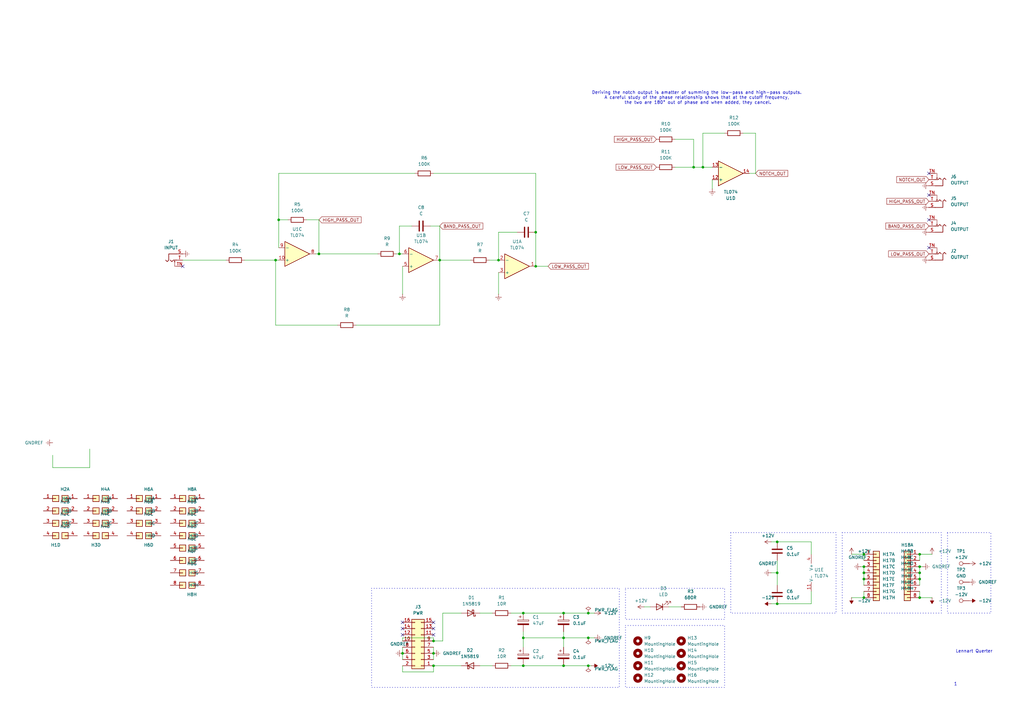
<source format=kicad_sch>
(kicad_sch (version 20231120) (generator "eeschema") (generator_version "8.0")
  (paper "A3")
  (junction (at 180.34 106.68))
  (junction (at 377.19 245.11))
  (junction (at 318.77 234.95))
  (junction (at 214.63 261.62))
  (junction (at 163.83 104.14))
  (junction (at 377.19 234.95))
  (junction (at 241.3 273.05))
  (junction (at 231.14 261.62))
  (junction (at 165.1 267.97))
  (junction (at 241.3 251.46))
  (junction (at 231.14 251.46))
  (junction (at 177.8 273.05))
  (junction (at 284.48 68.58))
  (junction (at 204.47 106.68))
  (junction (at 354.33 227.33))
  (junction (at 377.19 237.49))
  (junction (at 288.29 68.58))
  (junction (at 177.8 262.89))
  (junction (at 113.03 106.68))
  (junction (at 130.81 104.14))
  (junction (at 219.71 95.25))
  (junction (at 214.63 251.46))
  (junction (at 177.8 267.97))
  (junction (at 318.77 247.65))
  (junction (at 114.3 90.17))
  (junction (at 214.63 273.05))
  (junction (at 241.3 261.62))
  (junction (at 219.71 109.22))
  (junction (at 377.19 227.33))
  (junction (at 354.33 237.49))
  (junction (at 377.19 232.41))
  (junction (at 354.33 232.41))
  (junction (at 231.14 273.05))
  (junction (at 354.33 245.11))
  (junction (at 318.77 222.25))
  (junction (at 354.33 234.95))
  (no_connect (at 177.8 257.81))
  (no_connect (at 165.1 257.81))
  (no_connect (at 165.1 255.27))
  (no_connect (at 381 71.12))
  (no_connect (at 381 90.17))
  (no_connect (at 177.8 255.27))
  (no_connect (at 177.8 260.35))
  (no_connect (at 381 80.01))
  (no_connect (at 74.93 109.22))
  (no_connect (at 165.1 260.35))
  (no_connect (at 381 101.6))
  (wire (pts (xy 264.16 248.92) (xy 266.7 248.92)))
  (wire (pts (xy 332.74 242.57) (xy 332.74 247.65)))
  (wire (pts (xy 177.8 275.59) (xy 177.8 273.05)))
  (wire (pts (xy 316.23 247.65) (xy 318.77 247.65)))
  (wire (pts (xy 181.61 251.46) (xy 189.23 251.46)))
  (wire (pts (xy 377.19 227.33) (xy 382.27 227.33)))
  (wire (pts (xy 219.71 71.12) (xy 219.71 95.25)))
  (wire (pts (xy 177.8 261.62) (xy 165.1 261.62)))
  (wire (pts (xy 177.8 262.89) (xy 177.8 261.62)))
  (wire (pts (xy 177.8 265.43) (xy 177.8 267.97)))
  (wire (pts (xy 288.29 54.61) (xy 288.29 68.58)))
  (wire (pts (xy 177.8 71.12) (xy 219.71 71.12)))
  (wire (pts (xy 377.19 232.41) (xy 377.19 234.95)))
  (wire (pts (xy 309.88 71.12) (xy 307.34 71.12)))
  (wire (pts (xy 276.86 68.58) (xy 284.48 68.58)))
  (wire (pts (xy 114.3 101.6) (xy 114.3 90.17)))
  (wire (pts (xy 292.1 68.58) (xy 288.29 68.58)))
  (wire (pts (xy 318.77 229.87) (xy 318.77 234.95)))
  (wire (pts (xy 318.77 234.95) (xy 318.77 240.03)))
  (wire (pts (xy 180.34 133.35) (xy 180.34 106.68)))
  (wire (pts (xy 146.05 133.35) (xy 180.34 133.35)))
  (wire (pts (xy 204.47 95.25) (xy 204.47 106.68)))
  (wire (pts (xy 114.3 71.12) (xy 170.18 71.12)))
  (wire (pts (xy 309.88 54.61) (xy 309.88 71.12)))
  (wire (pts (xy 168.91 92.71) (xy 163.83 92.71)))
  (wire (pts (xy 180.34 106.68) (xy 193.04 106.68)))
  (wire (pts (xy 36.83 184.15) (xy 36.83 191.77)))
  (wire (pts (xy 231.14 273.05) (xy 241.3 273.05)))
  (wire (pts (xy 231.14 261.62) (xy 241.3 261.62)))
  (wire (pts (xy 276.86 57.15) (xy 284.48 57.15)))
  (wire (pts (xy 165.1 273.05) (xy 165.1 275.59)))
  (wire (pts (xy 377.19 242.57) (xy 377.19 245.11)))
  (wire (pts (xy 353.06 232.41) (xy 354.33 232.41)))
  (wire (pts (xy 138.43 133.35) (xy 113.03 133.35)))
  (wire (pts (xy 165.1 120.65) (xy 165.1 109.22)))
  (wire (pts (xy 114.3 90.17) (xy 118.11 90.17)))
  (wire (pts (xy 196.85 273.05) (xy 201.93 273.05)))
  (wire (pts (xy 177.8 267.97) (xy 177.8 270.51)))
  (wire (pts (xy 332.74 222.25) (xy 332.74 227.33)))
  (wire (pts (xy 125.73 90.17) (xy 130.81 90.17)))
  (wire (pts (xy 214.63 259.08) (xy 214.63 261.62)))
  (wire (pts (xy 318.77 234.95) (xy 316.23 234.95)))
  (wire (pts (xy 241.3 273.05) (xy 242.57 273.05)))
  (wire (pts (xy 288.29 54.61) (xy 297.18 54.61)))
  (wire (pts (xy 292.1 77.47) (xy 292.1 73.66)))
  (wire (pts (xy 377.19 237.49) (xy 377.19 240.03)))
  (wire (pts (xy 284.48 68.58) (xy 284.48 57.15)))
  (wire (pts (xy 36.83 191.77) (xy 21.59 191.77)))
  (wire (pts (xy 318.77 247.65) (xy 332.74 247.65)))
  (wire (pts (xy 354.33 227.33) (xy 354.33 229.87)))
  (wire (pts (xy 354.33 232.41) (xy 354.33 234.95)))
  (wire (pts (xy 214.63 251.46) (xy 231.14 251.46)))
  (wire (pts (xy 74.93 106.68) (xy 92.71 106.68)))
  (wire (pts (xy 377.19 234.95) (xy 377.19 237.49)))
  (wire (pts (xy 162.56 104.14) (xy 163.83 104.14)))
  (wire (pts (xy 165.1 265.43) (xy 165.1 267.97)))
  (wire (pts (xy 129.54 104.14) (xy 130.81 104.14)))
  (wire (pts (xy 114.3 71.12) (xy 114.3 90.17)))
  (wire (pts (xy 241.3 261.62) (xy 243.84 261.62)))
  (wire (pts (xy 304.8 54.61) (xy 309.88 54.61)))
  (wire (pts (xy 163.83 92.71) (xy 163.83 104.14)))
  (wire (pts (xy 354.33 234.95) (xy 354.33 237.49)))
  (wire (pts (xy 181.61 251.46) (xy 181.61 262.89)))
  (wire (pts (xy 377.19 232.41) (xy 378.46 232.41)))
  (wire (pts (xy 130.81 90.17) (xy 130.81 104.14)))
  (wire (pts (xy 231.14 251.46) (xy 241.3 251.46)))
  (wire (pts (xy 196.85 251.46) (xy 201.93 251.46)))
  (wire (pts (xy 214.63 261.62) (xy 214.63 265.43)))
  (wire (pts (xy 177.8 273.05) (xy 189.23 273.05)))
  (wire (pts (xy 209.55 273.05) (xy 214.63 273.05)))
  (wire (pts (xy 377.19 227.33) (xy 377.19 229.87)))
  (wire (pts (xy 130.81 104.14) (xy 154.94 104.14)))
  (wire (pts (xy 209.55 251.46) (xy 214.63 251.46)))
  (wire (pts (xy 214.63 273.05) (xy 231.14 273.05)))
  (wire (pts (xy 224.79 109.22) (xy 219.71 109.22)))
  (wire (pts (xy 163.83 104.14) (xy 165.1 104.14)))
  (wire (pts (xy 241.3 251.46) (xy 243.84 251.46)))
  (wire (pts (xy 165.1 267.97) (xy 165.1 270.51)))
  (wire (pts (xy 219.71 109.22) (xy 219.71 95.25)))
  (wire (pts (xy 165.1 275.59) (xy 177.8 275.59)))
  (wire (pts (xy 316.23 222.25) (xy 318.77 222.25)))
  (wire (pts (xy 284.48 68.58) (xy 288.29 68.58)))
  (wire (pts (xy 204.47 111.76) (xy 204.47 120.65)))
  (wire (pts (xy 279.4 248.92) (xy 274.32 248.92)))
  (wire (pts (xy 214.63 261.62) (xy 231.14 261.62)))
  (wire (pts (xy 231.14 261.62) (xy 231.14 265.43)))
  (wire (pts (xy 181.61 262.89) (xy 177.8 262.89)))
  (wire (pts (xy 318.77 222.25) (xy 332.74 222.25)))
  (wire (pts (xy 231.14 259.08) (xy 231.14 261.62)))
  (wire (pts (xy 212.09 95.25) (xy 204.47 95.25)))
  (wire (pts (xy 176.53 92.71) (xy 180.34 92.71)))
  (wire (pts (xy 377.19 245.11) (xy 382.27 245.11)))
  (wire (pts (xy 349.25 227.33) (xy 354.33 227.33)))
  (wire (pts (xy 349.25 245.11) (xy 354.33 245.11)))
  (wire (pts (xy 200.66 106.68) (xy 204.47 106.68)))
  (wire (pts (xy 113.03 106.68) (xy 114.3 106.68)))
  (wire (pts (xy 113.03 106.68) (xy 113.03 133.35)))
  (wire (pts (xy 180.34 92.71) (xy 180.34 106.68)))
  (wire (pts (xy 100.33 106.68) (xy 113.03 106.68)))
  (wire (pts (xy 165.1 261.62) (xy 165.1 262.89)))
  (wire (pts (xy 21.59 191.77) (xy 21.59 186.69)))
  (wire (pts (xy 354.33 237.49) (xy 354.33 240.03)))
  (wire (pts (xy 354.33 242.57) (xy 354.33 245.11)))
  (rectangle (start 388.62 218.44) (end 406.4 251.46) (stroke (width 0.254) (type dot)))
  (rectangle (start 345.44 218.44) (end 386.08 251.46) (stroke (width 0.254) (type dot)))
  (rectangle (start 152.4 241.3) (end 254 281.94) (stroke (width 0.25) (type dot)))
  (rectangle (start 256.54 256.54) (end 297.18 281.94) (stroke (width 0.25) (type dot)))
  (rectangle (start 299.72 218.44) (end 342.9 251.46) (stroke (width 0.25) (type dot)))
  (rectangle (start 256.54 241.3) (end 297.18 254) (stroke (width 0.25) (type dot)))
  (text "Deriving the notch output is amatter of summing the low-pass and high-pass outputs. \nA careful study of the phase relationship shows that at the cutoff frequency, \nthe two are 180° out of phase and when added, they cancel." (at 286.258 40.132 0) (effects (font (size 1.27 1.27))))
  (text "Lennart Querter" (at 399.542 267.208 0) (effects (font (size 1.27 1.27))))
  (text "1" (at 391.922 280.67 0) (effects (font (size 1.27 1.27))))
  (global_label "BAND_PASS_OUT" (shape input) (at 180.34 92.71 0) (property "Intersheetrefs" "${INTERSHEET_REFS}" (effects (hide yes))))
  (global_label "NOTCH_OUT" (shape input) (at 309.88 71.12 0) (property "Intersheetrefs" "${INTERSHEET_REFS}" (effects (hide yes))))
  (global_label "BAND_PASS_OUT" (shape input) (at 381 92.71 180) (property "Intersheetrefs" "${INTERSHEET_REFS}" (effects (hide yes))))
  (global_label "LOW_PASS_OUT" (shape input) (at 381 104.14 180) (property "Intersheetrefs" "${INTERSHEET_REFS}" (effects (hide yes))))
  (global_label "HIGH_PASS_OUT" (shape input) (at 381 82.55 180) (property "Intersheetrefs" "${INTERSHEET_REFS}" (effects (hide yes))))
  (global_label "HIGH_PASS_OUT" (shape input) (at 130.81 90.17 0) (property "Intersheetrefs" "${INTERSHEET_REFS}" (effects (hide yes))))
  (global_label "HIGH_PASS_OUT" (shape input) (at 269.24 57.15 180) (property "Intersheetrefs" "${INTERSHEET_REFS}" (effects (hide yes))))
  (global_label "LOW_PASS_OUT" (shape input) (at 269.24 68.58 180) (property "Intersheetrefs" "${INTERSHEET_REFS}" (effects (hide yes))))
  (global_label "LOW_PASS_OUT" (shape input) (at 224.79 109.22 0) (property "Intersheetrefs" "${INTERSHEET_REFS}" (effects (hide yes))))
  (global_label "NOTCH_OUT" (shape input) (at 381 73.66 180) (property "Intersheetrefs" "${INTERSHEET_REFS}" (effects (hide yes))))
  (symbol (lib_id "synth:PinSocket_01x04") (at 26.67 219.71 180) (unit 4)
    (property "Reference" "H2" (at 26.67 215.9 0))
    (property "Value" "H3" (effects (hide yes)))
    (property "Footprint" "Synth:PinSocket_1x04_P2.54mm_Vertical" (effects (hide yes)))
    (property "Description" "Generic connector, single row, 01x01, script generated (kicad-library-utils/schlib/autogen/connector/)" (effects (hide yes)))
  )
  (symbol (lib_id "synth:PinSocket_01x04") (at 43.18 214.63 180) (unit 3)
    (property "Reference" "H4" (at 43.18 210.82 0))
    (property "Value" "H6" (effects (hide yes)))
    (property "Footprint" "Synth:PinSocket_1x04_P2.54mm_Vertical" (effects (hide yes)))
    (property "Description" "Generic connector, single row, 01x01, script generated (kicad-library-utils/schlib/autogen/connector/)" (effects (hide yes)))
  )
  (symbol (lib_id "power:GNDREF") (at 165.1 120.65 0) (unit 1)
    (property "Reference" "#PWR01" (effects (hide yes)))
    (property "Value" "GNDREF" (effects (hide yes)))
    (property "Description" "Power symbol creates a global label with name \"GNDREF\" , reference supply ground" (effects (hide yes)))
  )
  (symbol (lib_id "synth:R_Default") (at 196.85 106.68 90) (unit 1)
    (property "Reference" "R7" (at 196.85 100.33 90))
    (property "Value" "R" (at 196.85 102.87 90))
    (property "Footprint" "Synth:R_Default (DIN0207)" (effects (hide yes)))
    (property "Description" "Resistor" (effects (hide yes)))
  )
  (symbol (lib_id "synth:PinHeader_01x08") (at 359.41 232.41 0) (unit 3)
    (property "Reference" "H17" (at 361.95 232.4099 0) (effects (justify left)))
    (property "Value" "H17" (effects (hide yes)))
    (property "Footprint" "Synth:PinHeader_1x08_P2.54mm_Vertical" (effects (hide yes)))
    (property "Description" "Generic connector, single row, 01x01, script generated (kicad-library-utils/schlib/autogen/connector/)" (effects (hide yes)))
  )
  (symbol (lib_id "power:+12V") (at 382.27 227.33 0) (unit 1)
    (property "Reference" "#PWR021" (effects (hide yes)))
    (property "Value" "+12V" (at 384.81 226.0599 0) (effects (justify left)))
    (property "Description" "Power symbol creates a global label with name \"+12V\"" (effects (hide yes)))
  )
  (symbol (lib_id "synth:PinHeader_01x04") (at 57.15 204.47 0) (unit 1)
    (property "Reference" "H5" (at 59.69 204.4699 0) (effects (justify left)))
    (property "Value" "H7" (effects (hide yes)))
    (property "Footprint" "Synth:PinHeader_1x04_P2.54mm_Vertical" (effects (hide yes)))
    (property "Description" "Generic connector, single row, 01x01, script generated (kicad-library-utils/schlib/autogen/connector/)" (effects (hide yes)))
  )
  (symbol (lib_id "Device:C") (at 172.72 92.71 90) (unit 1)
    (property "Reference" "C8" (at 172.72 85.09 90))
    (property "Value" "C" (at 172.72 87.63 90))
    (property "Description" "Unpolarized capacitor" (effects (hide yes)))
  )
  (symbol (lib_id "synth:PinSocket_01x04") (at 26.67 204.47 180) (unit 1)
    (property "Reference" "H2" (at 26.67 200.66 0))
    (property "Value" "H3" (effects (hide yes)))
    (property "Footprint" "Synth:PinSocket_1x04_P2.54mm_Vertical" (effects (hide yes)))
    (property "Description" "Generic connector, single row, 01x01, script generated (kicad-library-utils/schlib/autogen/connector/)" (effects (hide yes)))
  )
  (symbol (lib_id "Mechanical:MountingHole") (at 279.4 267.97 0) (unit 1) (exclude_from_sim yes) (in_bom no)
    (property "Reference" "H14" (at 281.94 266.6999 0) (effects (justify left)))
    (property "Value" "MountingHole" (at 281.94 269.2399 0) (effects (justify left)))
    (property "Footprint" "MountingHole:MountingHole_3.2mm_M3" (effects (hide yes)))
    (property "Description" "Mounting Hole without connection" (effects (hide yes)))
  )
  (symbol (lib_id "power:GNDREF") (at 381 106.68 270) (unit 1)
    (property "Reference" "#PWR06" (effects (hide yes)))
    (property "Value" "GNDREF" (effects (hide yes)))
    (property "Description" "Power symbol creates a global label with name \"GNDREF\" , reference supply ground" (effects (hide yes)))
  )
  (symbol (lib_id "power:-12V") (at 242.57 273.05 270) (unit 1)
    (property "Reference" "#PWR09" (effects (hide yes)))
    (property "Value" "-12V" (at 246.38 273.0499 90) (effects (justify left)))
    (property "Description" "Power symbol creates a global label with name \"-12V\"" (effects (hide yes)))
  )
  (symbol (lib_id "synth:PinHeader_01x08") (at 74.93 219.71 0) (unit 4)
    (property "Reference" "H7" (at 77.47 219.7099 0) (effects (justify left)))
    (property "Value" "H2" (effects (hide yes)))
    (property "Footprint" "Synth:PinHeader_1x08_P2.54mm_Vertical" (effects (hide yes)))
    (property "Description" "Generic connector, single row, 01x01, script generated (kicad-library-utils/schlib/autogen/connector/)" (effects (hide yes)))
  )
  (symbol (lib_id "synth:PinSocket_01x08") (at 78.74 214.63 180) (unit 3)
    (property "Reference" "H8" (at 78.74 210.82 0))
    (property "Value" "H4" (effects (hide yes)))
    (property "Footprint" "Synth:PinSocket_1x08_P2.54mm_Vertical" (effects (hide yes)))
    (property "Description" "Generic connector, single row, 01x01, script generated (kicad-library-utils/schlib/autogen/connector/)" (effects (hide yes)))
  )
  (symbol (lib_id "synth:PinHeader_01x04") (at 22.86 209.55 0) (unit 2)
    (property "Reference" "H1" (at 25.4 209.5499 0) (effects (justify left)))
    (property "Value" "H1" (effects (hide yes)))
    (property "Footprint" "Synth:PinHeader_1x04_P2.54mm_Vertical" (effects (hide yes)))
    (property "Description" "Generic connector, single row, 01x01, script generated (kicad-library-utils/schlib/autogen/connector/)" (effects (hide yes)))
  )
  (symbol (lib_id "synth:PinSocket_01x04") (at 43.18 204.47 180) (unit 1)
    (property "Reference" "H4" (at 43.18 200.66 0))
    (property "Value" "H6" (effects (hide yes)))
    (property "Footprint" "Synth:PinSocket_1x04_P2.54mm_Vertical" (effects (hide yes)))
    (property "Description" "Generic connector, single row, 01x01, script generated (kicad-library-utils/schlib/autogen/connector/)" (effects (hide yes)))
  )
  (symbol (lib_id "synth:PinSocket_01x08") (at 372.11 227.33 180) (unit 1)
    (property "Reference" "H18" (at 372.11 223.52 0))
    (property "Value" "H18" (effects (hide yes)))
    (property "Footprint" "Synth:PinSocket_1x08_P2.54mm_Vertical" (effects (hide yes)))
    (property "Description" "Generic connector, single row, 01x01, script generated (kicad-library-utils/schlib/autogen/connector/)" (effects (hide yes)))
  )
  (symbol (lib_id "synth:PinSocket_01x08") (at 372.11 232.41 180) (unit 3)
    (property "Reference" "H18" (at 372.11 228.6 0))
    (property "Value" "H18" (effects (hide yes)))
    (property "Footprint" "Synth:PinSocket_1x08_P2.54mm_Vertical" (effects (hide yes)))
    (property "Description" "Generic connector, single row, 01x01, script generated (kicad-library-utils/schlib/autogen/connector/)" (effects (hide yes)))
  )
  (symbol (lib_id "synth:R_Default") (at 142.24 133.35 90) (unit 1)
    (property "Reference" "R8" (at 142.24 127 90))
    (property "Value" "R" (at 142.24 129.54 90))
    (property "Footprint" "Synth:R_Default (DIN0207)" (effects (hide yes)))
    (property "Description" "Resistor" (effects (hide yes)))
  )
  (symbol (lib_id "synth:PinSocket_01x08") (at 78.74 224.79 180) (unit 5)
    (property "Reference" "H8" (at 78.74 220.98 0))
    (property "Value" "H4" (effects (hide yes)))
    (property "Footprint" "Synth:PinSocket_1x08_P2.54mm_Vertical" (effects (hide yes)))
    (property "Description" "Generic connector, single row, 01x01, script generated (kicad-library-utils/schlib/autogen/connector/)" (effects (hide yes)))
  )
  (symbol (lib_id "synth:PinSocket_01x04") (at 60.96 219.71 180) (unit 4)
    (property "Reference" "H6" (at 60.96 223.52 0))
    (property "Value" "H8" (effects (hide yes)))
    (property "Footprint" "Synth:PinSocket_1x04_P2.54mm_Vertical" (effects (hide yes)))
    (property "Description" "Generic connector, single row, 01x01, script generated (kicad-library-utils/schlib/autogen/connector/)" (effects (hide yes)))
  )
  (symbol (lib_id "synth:R_Default") (at 173.99 71.12 90) (unit 1)
    (property "Reference" "R6" (at 173.99 64.77 90))
    (property "Value" "100K" (at 173.99 67.31 90))
    (property "Footprint" "Synth:R_Default (DIN0207)" (effects (hide yes)))
    (property "Description" "Resistor" (effects (hide yes)))
  )
  (symbol (lib_id "Device:C") (at 318.77 243.84 0) (unit 1)
    (property "Reference" "C6" (at 322.58 242.5699 0) (effects (justify left)))
    (property "Value" "0.1uF" (at 322.58 245.1099 0) (effects (justify left)))
    (property "Footprint" "Capacitor_THT:C_Rect_L4.6mm_W2.0mm_P2.50mm_MKS02_FKP02" (effects (hide yes)))
    (property "Description" "Unpolarized capacitor" (effects (hide yes)))
  )
  (symbol (lib_id "synth:PinSocket_01x08") (at 78.74 240.03 180) (unit 8)
    (property "Reference" "H8" (at 78.74 243.84 0))
    (property "Value" "H4" (effects (hide yes)))
    (property "Footprint" "Synth:PinSocket_1x08_P2.54mm_Vertical" (effects (hide yes)))
    (property "Description" "Generic connector, single row, 01x01, script generated (kicad-library-utils/schlib/autogen/connector/)" (effects (hide yes)))
  )
  (symbol (lib_id "Diode:1N5819") (at 193.04 273.05 0) (unit 1)
    (property "Reference" "D2" (at 192.7225 266.7 0))
    (property "Value" "1N5819" (at 192.7225 269.24 0))
    (property "Footprint" "Synth:D_DO-41_SOD81_P10.16mm_Horizontal" (effects (hide yes)))
    (property "Datasheet" "http://www.vishay.com/docs/88525/1n5817.pdf" (effects (hide yes)))
    (property "Description" "40V 1A Schottky Barrier Rectifier Diode, DO-41" (effects (hide yes)))
  )
  (symbol (lib_id "Device:R") (at 205.74 273.05 90) (unit 1)
    (property "Reference" "R2" (at 205.74 266.7 90))
    (property "Value" "10R" (at 205.74 269.24 90))
    (property "Footprint" "Synth:R_Default (DIN0207)" (effects (hide yes)))
    (property "Description" "Resistor" (effects (hide yes)))
  )
  (symbol (lib_id "Amplifier_Operational:TL074") (at 172.72 106.68 0) (mirror x) (unit 2)
    (property "Reference" "U1" (at 172.72 96.52 0))
    (property "Value" "TL074" (at 172.72 99.06 0))
    (property "Footprint" "Package_DIP:DIP-14_W7.62mm_Socket_LongPads" (effects (hide yes)))
    (property "Datasheet" "http://www.ti.com/lit/ds/symlink/tl071.pdf" (effects (hide yes)))
    (property "Description" "Quad Low-Noise JFET-Input Operational Amplifiers, DIP-14/SOIC-14" (effects (hide yes)))
  )
  (symbol (lib_id "power:PWR_FLAG") (at 241.3 251.46 0) (unit 1) (exclude_from_sim yes) (in_bom no)
    (property "Reference" "#FLG01" (effects (hide yes)))
    (property "Value" "PWR_FLAG" (at 243.84 250.1899 0) (effects (justify left)))
    (property "Description" "Special symbol for telling ERC where power comes from" (effects (hide yes)))
  )
  (symbol (lib_id "Diode:1N5819") (at 193.04 251.46 180) (unit 1)
    (property "Reference" "D1" (at 193.3575 245.11 0))
    (property "Value" "1N5819" (at 193.3575 247.65 0))
    (property "Footprint" "Synth:D_DO-41_SOD81_P10.16mm_Horizontal" (effects (hide yes)))
    (property "Datasheet" "http://www.vishay.com/docs/88525/1n5817.pdf" (effects (hide yes)))
    (property "Description" "40V 1A Schottky Barrier Rectifier Diode, DO-41" (effects (hide yes)))
  )
  (symbol (lib_id "synth:PinHeader_01x08") (at 74.93 204.47 0) (unit 1)
    (property "Reference" "H7" (at 77.47 204.4699 0) (effects (justify left)))
    (property "Value" "H2" (effects (hide yes)))
    (property "Footprint" "Synth:PinHeader_1x08_P2.54mm_Vertical" (effects (hide yes)))
    (property "Description" "Generic connector, single row, 01x01, script generated (kicad-library-utils/schlib/autogen/connector/)" (effects (hide yes)))
  )
  (symbol (lib_id "Device:C_Polarized") (at 231.14 269.24 0) (unit 1)
    (property "Reference" "C4" (at 234.95 267.0809 0) (effects (justify left)))
    (property "Value" "0.1uF" (at 234.95 269.6209 0) (effects (justify left)))
    (property "Footprint" "Capacitor_THT:CP_Radial_D4.0mm_P2.00mm" (effects (hide yes)))
    (property "Description" "Polarized capacitor" (effects (hide yes)))
  )
  (symbol (lib_id "synth:PinSocket_01x08") (at 372.11 237.49 180) (unit 5)
    (property "Reference" "H18" (at 372.11 233.68 0))
    (property "Value" "H18" (effects (hide yes)))
    (property "Footprint" "Synth:PinSocket_1x08_P2.54mm_Vertical" (effects (hide yes)))
    (property "Description" "Generic connector, single row, 01x01, script generated (kicad-library-utils/schlib/autogen/connector/)" (effects (hide yes)))
  )
  (symbol (lib_id "synth:PinHeader_01x08") (at 359.41 245.11 0) (unit 8)
    (property "Reference" "H17" (at 361.95 245.1099 0) (effects (justify left)))
    (property "Value" "H17" (effects (hide yes)))
    (property "Footprint" "Synth:PinHeader_1x08_P2.54mm_Vertical" (effects (hide yes)))
    (property "Description" "Generic connector, single row, 01x01, script generated (kicad-library-utils/schlib/autogen/connector/)" (effects (hide yes)))
  )
  (symbol (lib_id "Device:C") (at 215.9 95.25 90) (unit 1)
    (property "Reference" "C7" (at 215.9 87.63 90))
    (property "Value" "C" (at 215.9 90.17 90))
    (property "Description" "Unpolarized capacitor" (effects (hide yes)))
  )
  (symbol (lib_id "Connector:TestPoint") (at 397.51 231.14 90) (unit 1) (in_bom no)
    (property "Reference" "TP1" (at 394.208 226.06 90))
    (property "Value" "+12V" (at 394.208 228.6 90))
    (property "Footprint" "Connector_Pin:Pin_D1.0mm_L10.0mm" (effects (hide yes)))
    (property "Description" "test point" (effects (hide yes)))
  )
  (symbol (lib_id "power:GNDREF") (at 381 76.2 270) (unit 1)
    (property "Reference" "#PWR028" (effects (hide yes)))
    (property "Value" "GNDREF" (effects (hide yes)))
    (property "Description" "Power symbol creates a global label with name \"GNDREF\" , reference supply ground" (effects (hide yes)))
  )
  (symbol (lib_id "synth:PinHeader_01x08") (at 74.93 224.79 0) (unit 5)
    (property "Reference" "H7" (at 77.47 224.7899 0) (effects (justify left)))
    (property "Value" "H2" (effects (hide yes)))
    (property "Footprint" "Synth:PinHeader_1x08_P2.54mm_Vertical" (effects (hide yes)))
    (property "Description" "Generic connector, single row, 01x01, script generated (kicad-library-utils/schlib/autogen/connector/)" (effects (hide yes)))
  )
  (symbol (lib_id "synth:PinSocket_01x08") (at 78.74 219.71 180) (unit 4)
    (property "Reference" "H8" (at 78.74 215.9 0))
    (property "Value" "H4" (effects (hide yes)))
    (property "Footprint" "Synth:PinSocket_1x08_P2.54mm_Vertical" (effects (hide yes)))
    (property "Description" "Generic connector, single row, 01x01, script generated (kicad-library-utils/schlib/autogen/connector/)" (effects (hide yes)))
  )
  (symbol (lib_id "power:PWR_FLAG") (at 241.3 261.62 180) (unit 1) (exclude_from_sim yes) (in_bom no)
    (property "Reference" "#FLG02" (effects (hide yes)))
    (property "Value" "PWR_FLAG" (at 243.84 262.8899 0) (effects (justify right)))
    (property "Description" "Special symbol for telling ERC where power comes from" (effects (hide yes)))
  )
  (symbol (lib_id "Device:C_Polarized") (at 214.63 269.24 0) (unit 1)
    (property "Reference" "C2" (at 218.44 267.0809 0) (effects (justify left)))
    (property "Value" "47uF" (at 218.44 269.6209 0) (effects (justify left)))
    (property "Footprint" "Capacitor_THT:CP_Radial_D6.3mm_P2.50mm" (effects (hide yes)))
    (property "Description" "Polarized capacitor" (effects (hide yes)))
  )
  (symbol (lib_id "synth:PinHeader_01x04") (at 57.15 219.71 0) (unit 4)
    (property "Reference" "H5" (at 59.69 219.7099 0) (effects (justify left)))
    (property "Value" "H7" (effects (hide yes)))
    (property "Footprint" "Synth:PinHeader_1x04_P2.54mm_Vertical" (effects (hide yes)))
    (property "Description" "Generic connector, single row, 01x01, script generated (kicad-library-utils/schlib/autogen/connector/)" (effects (hide yes)))
  )
  (symbol (lib_id "power:GNDREF") (at 243.84 261.62 90) (unit 1)
    (property "Reference" "#PWR011" (effects (hide yes)))
    (property "Value" "GNDREF" (at 247.65 261.6199 90) (effects (justify right)))
    (property "Description" "Power symbol creates a global label with name \"GNDREF\" , reference supply ground" (effects (hide yes)))
  )
  (symbol (lib_id "synth:R_Default") (at 121.92 90.17 90) (unit 1)
    (property "Reference" "R5" (at 121.92 83.82 90))
    (property "Value" "100K" (at 121.92 86.36 90))
    (property "Footprint" "Synth:R_Default (DIN0207)" (effects (hide yes)))
    (property "Description" "Resistor" (effects (hide yes)))
  )
  (symbol (lib_id "power:GNDREF") (at 287.02 248.92 90) (unit 1)
    (property "Reference" "#PWR013" (effects (hide yes)))
    (property "Value" "GNDREF" (at 290.83 248.9199 90) (effects (justify right)))
    (property "Description" "Power symbol creates a global label with name \"GNDREF\" , reference supply ground" (effects (hide yes)))
  )
  (symbol (lib_id "synth:PinSocket_01x08") (at 78.74 204.47 180) (unit 1)
    (property "Reference" "H8" (at 78.74 200.66 0))
    (property "Value" "H4" (effects (hide yes)))
    (property "Footprint" "Synth:PinSocket_1x08_P2.54mm_Vertical" (effects (hide yes)))
    (property "Description" "Generic connector, single row, 01x01, script generated (kicad-library-utils/schlib/autogen/connector/)" (effects (hide yes)))
  )
  (symbol (lib_id "Amplifier_Operational:TL074") (at 212.09 109.22 0) (mirror x) (unit 1)
    (property "Reference" "U1" (at 212.09 99.06 0))
    (property "Value" "TL074" (at 212.09 101.6 0))
    (property "Footprint" "Package_DIP:DIP-14_W7.62mm_Socket_LongPads" (effects (hide yes)))
    (property "Datasheet" "http://www.ti.com/lit/ds/symlink/tl071.pdf" (effects (hide yes)))
    (property "Description" "Quad Low-Noise JFET-Input Operational Amplifiers, DIP-14/SOIC-14" (effects (hide yes)))
  )
  (symbol (lib_id "Amplifier_Operational:TL074") (at 299.72 71.12 0) (mirror x) (unit 4)
    (property "Reference" "U1" (at 299.72 81.28 0))
    (property "Value" "TL074" (at 299.72 78.74 0))
    (property "Footprint" "Package_DIP:DIP-14_W7.62mm_Socket_LongPads" (effects (hide yes)))
    (property "Datasheet" "http://www.ti.com/lit/ds/symlink/tl071.pdf" (effects (hide yes)))
    (property "Description" "Quad Low-Noise JFET-Input Operational Amplifiers, DIP-14/SOIC-14" (effects (hide yes)))
  )
  (symbol (lib_id "synth:PinSocket_01x04") (at 26.67 214.63 180) (unit 3)
    (property "Reference" "H2" (at 26.67 210.82 0))
    (property "Value" "H3" (effects (hide yes)))
    (property "Footprint" "Synth:PinSocket_1x04_P2.54mm_Vertical" (effects (hide yes)))
    (property "Description" "Generic connector, single row, 01x01, script generated (kicad-library-utils/schlib/autogen/connector/)" (effects (hide yes)))
  )
  (symbol (lib_id "synth:PinSocket_01x04") (at 60.96 209.55 180) (unit 2)
    (property "Reference" "H6" (at 60.96 205.74 0))
    (property "Value" "H8" (effects (hide yes)))
    (property "Footprint" "Synth:PinSocket_1x04_P2.54mm_Vertical" (effects (hide yes)))
    (property "Description" "Generic connector, single row, 01x01, script generated (kicad-library-utils/schlib/autogen/connector/)" (effects (hide yes)))
  )
  (symbol (lib_id "power:GNDREF") (at 381 85.09 270) (unit 1)
    (property "Reference" "#PWR027" (effects (hide yes)))
    (property "Value" "GNDREF" (effects (hide yes)))
    (property "Description" "Power symbol creates a global label with name \"GNDREF\" , reference supply ground" (effects (hide yes)))
  )
  (symbol (lib_id "synth:PinHeader_01x04") (at 39.37 219.71 0) (unit 4)
    (property "Reference" "H3" (at 39.37 223.52 0))
    (property "Value" "H5" (effects (hide yes)))
    (property "Footprint" "Synth:PinHeader_1x04_P2.54mm_Vertical" (effects (hide yes)))
    (property "Description" "Generic connector, single row, 01x01, script generated (kicad-library-utils/schlib/autogen/connector/)" (effects (hide yes)))
  )
  (symbol (lib_id "power:GNDREF") (at 316.23 234.95 270) (unit 1)
    (property "Reference" "#PWR015" (effects (hide yes)))
    (property "Value" "GNDREF" (at 314.96 231.14 90))
    (property "Description" "Power symbol creates a global label with name \"GNDREF\" , reference supply ground" (effects (hide yes)))
  )
  (symbol (lib_id "synth:R_Default") (at 300.99 54.61 90) (unit 1)
    (property "Reference" "R12" (at 300.99 48.26 90))
    (property "Value" "100K" (at 300.99 50.8 90))
    (property "Footprint" "Synth:R_Default (DIN0207)" (effects (hide yes)))
    (property "Description" "Resistor" (effects (hide yes)))
  )
  (symbol (lib_id "power:GNDREF") (at 378.46 232.41 90) (unit 1)
    (property "Reference" "#PWR020" (effects (hide yes)))
    (property "Value" "GNDREF" (at 382.27 232.4099 90) (effects (justify right)))
    (property "Description" "Power symbol creates a global label with name \"GNDREF\" , reference supply ground" (effects (hide yes)))
  )
  (symbol (lib_id "Device:C_Polarized") (at 214.63 255.27 0) (unit 1)
    (property "Reference" "C1" (at 218.44 253.1109 0) (effects (justify left)))
    (property "Value" "47uF" (at 218.44 255.6509 0) (effects (justify left)))
    (property "Footprint" "Capacitor_THT:CP_Radial_D6.3mm_P2.50mm" (effects (hide yes)))
    (property "Description" "Polarized capacitor" (effects (hide yes)))
  )
  (symbol (lib_id "Device:C") (at 318.77 226.06 0) (unit 1)
    (property "Reference" "C5" (at 322.58 224.7899 0) (effects (justify left)))
    (property "Value" "0.1uF" (at 322.58 227.3299 0) (effects (justify left)))
    (property "Footprint" "Capacitor_THT:C_Rect_L4.6mm_W2.0mm_P2.50mm_MKS02_FKP02" (effects (hide yes)))
    (property "Description" "Unpolarized capacitor" (effects (hide yes)))
  )
  (symbol (lib_id "synth:Conn_02x08_EuroRack_Power") (at 172.72 265.43 180) (unit 1)
    (property "Reference" "J3" (at 171.45 248.92 0))
    (property "Value" "PWR" (at 171.45 251.46 0))
    (property "Footprint" "Synth:IDC-Header_2x08_P2.54mm_Vertical" (effects (hide yes)))
  )
  (symbol (lib_id "power:GNDREF") (at 177.8 267.97 90) (unit 1)
    (property "Reference" "#PWR08" (effects (hide yes)))
    (property "Value" "GNDREF" (at 181.61 267.9699 90) (effects (justify right)))
    (property "Description" "Power symbol creates a global label with name \"GNDREF\" , reference supply ground" (effects (hide yes)))
  )
  (symbol (lib_id "synth:PinSocket_01x04") (at 43.18 209.55 180) (unit 2)
    (property "Reference" "H4" (at 43.18 205.74 0))
    (property "Value" "H6" (effects (hide yes)))
    (property "Footprint" "Synth:PinSocket_1x04_P2.54mm_Vertical" (effects (hide yes)))
    (property "Description" "Generic connector, single row, 01x01, script generated (kicad-library-utils/schlib/autogen/connector/)" (effects (hide yes)))
  )
  (symbol (lib_id "power:GNDREF") (at 353.06 232.41 270) (unit 1)
    (property "Reference" "#PWR019" (effects (hide yes)))
    (property "Value" "GNDREF" (at 351.79 228.6 90))
    (property "Description" "Power symbol creates a global label with name \"GNDREF\" , reference supply ground" (effects (hide yes)))
  )
  (symbol (lib_id "synth:PinHeader_01x04") (at 22.86 204.47 0) (unit 1)
    (property "Reference" "H1" (at 25.4 204.4699 0) (effects (justify left)))
    (property "Value" "H1" (effects (hide yes)))
    (property "Footprint" "Synth:PinHeader_1x04_P2.54mm_Vertical" (effects (hide yes)))
    (property "Description" "Generic connector, single row, 01x01, script generated (kicad-library-utils/schlib/autogen/connector/)" (effects (hide yes)))
  )
  (symbol (lib_id "synth:PinHeader_01x08") (at 74.93 209.55 0) (unit 2)
    (property "Reference" "H7" (at 77.47 209.5499 0) (effects (justify left)))
    (property "Value" "H2" (effects (hide yes)))
    (property "Footprint" "Synth:PinHeader_1x08_P2.54mm_Vertical" (effects (hide yes)))
    (property "Description" "Generic connector, single row, 01x01, script generated (kicad-library-utils/schlib/autogen/connector/)" (effects (hide yes)))
  )
  (symbol (lib_id "synth:PinHeader_01x08") (at 74.93 229.87 0) (unit 6)
    (property "Reference" "H7" (at 77.47 229.8699 0) (effects (justify left)))
    (property "Value" "H2" (effects (hide yes)))
    (property "Footprint" "Synth:PinHeader_1x08_P2.54mm_Vertical" (effects (hide yes)))
    (property "Description" "Generic connector, single row, 01x01, script generated (kicad-library-utils/schlib/autogen/connector/)" (effects (hide yes)))
  )
  (symbol (lib_id "synth:PinHeader_01x04") (at 39.37 214.63 0) (unit 3)
    (property "Reference" "H3" (at 41.91 214.6299 0) (effects (justify left)))
    (property "Value" "H5" (effects (hide yes)))
    (property "Footprint" "Synth:PinHeader_1x04_P2.54mm_Vertical" (effects (hide yes)))
    (property "Description" "Generic connector, single row, 01x01, script generated (kicad-library-utils/schlib/autogen/connector/)" (effects (hide yes)))
  )
  (symbol (lib_id "synth:PinSocket_01x04") (at 60.96 204.47 180) (unit 1)
    (property "Reference" "H6" (at 60.96 200.66 0))
    (property "Value" "H8" (effects (hide yes)))
    (property "Footprint" "Synth:PinSocket_1x04_P2.54mm_Vertical" (effects (hide yes)))
    (property "Description" "Generic connector, single row, 01x01, script generated (kicad-library-utils/schlib/autogen/connector/)" (effects (hide yes)))
  )
  (symbol (lib_id "power:GNDREF") (at 397.51 238.76 90) (unit 1)
    (property "Reference" "#PWR024" (effects (hide yes)))
    (property "Value" "GNDREF" (at 401.32 238.7599 90) (effects (justify right)))
    (property "Description" "Power symbol creates a global label with name \"GNDREF\" , reference supply ground" (effects (hide yes)))
  )
  (symbol (lib_id "Device:C_Polarized") (at 231.14 255.27 0) (unit 1)
    (property "Reference" "C3" (at 234.95 253.1109 0) (effects (justify left)))
    (property "Value" "0.1uF" (at 234.95 255.6509 0) (effects (justify left)))
    (property "Footprint" "Capacitor_THT:CP_Radial_D4.0mm_P2.00mm" (effects (hide yes)))
    (property "Description" "Polarized capacitor" (effects (hide yes)))
  )
  (symbol (lib_id "synth:PinHeader_01x04") (at 39.37 204.47 0) (unit 1)
    (property "Reference" "H3" (at 41.91 204.4699 0) (effects (justify left)))
    (property "Value" "H5" (effects (hide yes)))
    (property "Footprint" "Synth:PinHeader_1x04_P2.54mm_Vertical" (effects (hide yes)))
    (property "Description" "Generic connector, single row, 01x01, script generated (kicad-library-utils/schlib/autogen/connector/)" (effects (hide yes)))
  )
  (symbol (lib_id "power:GNDREF") (at 204.47 120.65 0) (unit 1)
    (property "Reference" "#PWR04" (effects (hide yes)))
    (property "Value" "GNDREF" (effects (hide yes)))
    (property "Description" "Power symbol creates a global label with name \"GNDREF\" , reference supply ground" (effects (hide yes)))
  )
  (symbol (lib_id "synth:PinSocket_01x08") (at 372.11 234.95 180) (unit 4)
    (property "Reference" "H18" (at 372.11 231.14 0))
    (property "Value" "H18" (effects (hide yes)))
    (property "Footprint" "Synth:PinSocket_1x08_P2.54mm_Vertical" (effects (hide yes)))
    (property "Description" "Generic connector, single row, 01x01, script generated (kicad-library-utils/schlib/autogen/connector/)" (effects (hide yes)))
  )
  (symbol (lib_id "power:GNDREF") (at 165.1 267.97 270) (unit 1)
    (property "Reference" "#PWR07" (effects (hide yes)))
    (property "Value" "GNDREF" (at 163.83 264.16 90))
    (property "Description" "Power symbol creates a global label with name \"GNDREF\" , reference supply ground" (effects (hide yes)))
  )
  (symbol (lib_id "synth:PinSocket_01x04") (at 60.96 214.63 180) (unit 3)
    (property "Reference" "H6" (at 60.96 210.82 0))
    (property "Value" "H8" (effects (hide yes)))
    (property "Footprint" "Synth:PinSocket_1x04_P2.54mm_Vertical" (effects (hide yes)))
    (property "Description" "Generic connector, single row, 01x01, script generated (kicad-library-utils/schlib/autogen/connector/)" (effects (hide yes)))
  )
  (symbol (lib_id "Connector:TestPoint") (at 397.51 246.38 90) (unit 1) (in_bom no)
    (property "Reference" "TP3" (at 394.208 241.3 90))
    (property "Value" "-12V" (at 394.208 243.84 90))
    (property "Footprint" "Connector_Pin:Pin_D1.0mm_L10.0mm" (effects (hide yes)))
    (property "Description" "test point" (effects (hide yes)))
  )
  (symbol (lib_id "synth:PinHeader_01x08") (at 74.93 214.63 0) (unit 3)
    (property "Reference" "H7" (at 77.47 214.6299 0) (effects (justify left)))
    (property "Value" "H2" (effects (hide yes)))
    (property "Footprint" "Synth:PinHeader_1x08_P2.54mm_Vertical" (effects (hide yes)))
    (property "Description" "Generic connector, single row, 01x01, script generated (kicad-library-utils/schlib/autogen/connector/)" (effects (hide yes)))
  )
  (symbol (lib_id "synth:PinSocket_01x08") (at 372.11 242.57 180) (unit 7)
    (property "Reference" "H18" (at 372.11 238.76 0))
    (property "Value" "H18" (effects (hide yes)))
    (property "Footprint" "Synth:PinSocket_1x08_P2.54mm_Vertical" (effects (hide yes)))
    (property "Description" "Generic connector, single row, 01x01, script generated (kicad-library-utils/schlib/autogen/connector/)" (effects (hide yes)))
  )
  (symbol (lib_id "synth:PinSocket_01x08") (at 78.74 229.87 180) (unit 6)
    (property "Reference" "H8" (at 78.74 226.06 0))
    (property "Value" "H4" (effects (hide yes)))
    (property "Footprint" "Synth:PinSocket_1x08_P2.54mm_Vertical" (effects (hide yes)))
    (property "Description" "Generic connector, single row, 01x01, script generated (kicad-library-utils/schlib/autogen/connector/)" (effects (hide yes)))
  )
  (symbol (lib_id "power:-12V") (at 397.51 246.38 270) (unit 1)
    (property "Reference" "#PWR025" (effects (hide yes)))
    (property "Value" "-12V" (at 401.32 246.3799 90) (effects (justify left)))
    (property "Description" "Power symbol creates a global label with name \"-12V\"" (effects (hide yes)))
  )
  (symbol (lib_id "Mechanical:MountingHole") (at 279.4 278.13 0) (unit 1) (exclude_from_sim yes) (in_bom no)
    (property "Reference" "H16" (at 281.94 276.8599 0) (effects (justify left)))
    (property "Value" "MountingHole" (at 281.94 279.3999 0) (effects (justify left)))
    (property "Footprint" "MountingHole:MountingHole_3.2mm_M3" (effects (hide yes)))
    (property "Description" "Mounting Hole without connection" (effects (hide yes)))
  )
  (symbol (lib_id "synth:PinHeader_01x08") (at 74.93 234.95 0) (unit 7)
    (property "Reference" "H7" (at 77.47 234.9499 0) (effects (justify left)))
    (property "Value" "H2" (effects (hide yes)))
    (property "Footprint" "Synth:PinHeader_1x08_P2.54mm_Vertical" (effects (hide yes)))
    (property "Description" "Generic connector, single row, 01x01, script generated (kicad-library-utils/schlib/autogen/connector/)" (effects (hide yes)))
  )
  (symbol (lib_id "power:GNDREF") (at 74.93 104.14 90) (unit 1)
    (property "Reference" "#PWR03" (effects (hide yes)))
    (property "Value" "GNDREF" (effects (hide yes)))
    (property "Description" "Power symbol creates a global label with name \"GNDREF\" , reference supply ground" (effects (hide yes)))
  )
  (symbol (lib_id "synth:PinHeader_01x08") (at 74.93 240.03 0) (unit 8)
    (property "Reference" "H7" (at 77.47 240.0299 0) (effects (justify left)))
    (property "Value" "H2" (effects (hide yes)))
    (property "Footprint" "Synth:PinHeader_1x08_P2.54mm_Vertical" (effects (hide yes)))
    (property "Description" "Generic connector, single row, 01x01, script generated (kicad-library-utils/schlib/autogen/connector/)" (effects (hide yes)))
  )
  (symbol (lib_id "synth:R_Default") (at 96.52 106.68 90) (unit 1)
    (property "Reference" "R4" (at 96.52 100.33 90))
    (property "Value" "100K" (at 96.52 102.87 90))
    (property "Footprint" "Synth:R_Default (DIN0207)" (effects (hide yes)))
    (property "Description" "Resistor" (effects (hide yes)))
  )
  (symbol (lib_id "synth:PinSocket_01x08") (at 372.11 240.03 180) (unit 6)
    (property "Reference" "H18" (at 372.11 236.22 0))
    (property "Value" "H18" (effects (hide yes)))
    (property "Footprint" "Synth:PinSocket_1x08_P2.54mm_Vertical" (effects (hide yes)))
    (property "Description" "Generic connector, single row, 01x01, script generated (kicad-library-utils/schlib/autogen/connector/)" (effects (hide yes)))
  )
  (symbol (lib_id "power:+12V") (at 349.25 227.33 0) (unit 1)
    (property "Reference" "#PWR017" (effects (hide yes)))
    (property "Value" "+12V" (at 351.79 226.0599 0) (effects (justify left)))
    (property "Description" "Power symbol creates a global label with name \"+12V\"" (effects (hide yes)))
  )
  (symbol (lib_id "power:-12V") (at 316.23 247.65 90) (unit 1)
    (property "Reference" "#PWR016" (effects (hide yes)))
    (property "Value" "-12V" (at 314.96 245.11 90))
    (property "Description" "Power symbol creates a global label with name \"-12V\"" (effects (hide yes)))
  )
  (symbol (lib_id "synth:PinSocket_01x08") (at 372.11 229.87 180) (unit 2)
    (property "Reference" "H18" (at 372.11 226.06 0))
    (property "Value" "H18" (effects (hide yes)))
    (property "Footprint" "Synth:PinSocket_1x08_P2.54mm_Vertical" (effects (hide yes)))
    (property "Description" "Generic connector, single row, 01x01, script generated (kicad-library-utils/schlib/autogen/connector/)" (effects (hide yes)))
  )
  (symbol (lib_id "synth:R_Default") (at 283.21 248.92 90) (unit 1)
    (property "Reference" "R3" (at 283.21 242.57 90))
    (property "Value" "680R" (at 283.21 245.11 90))
    (property "Footprint" "Synth:R_Default (DIN0207)" (effects (hide yes)))
    (property "Description" "Resistor" (effects (hide yes)))
  )
  (symbol (lib_id "synth:R_Default") (at 273.05 57.15 90) (unit 1)
    (property "Reference" "R10" (at 273.05 50.8 90))
    (property "Value" "100K" (at 273.05 53.34 90))
    (property "Footprint" "Synth:R_Default (DIN0207)" (effects (hide yes)))
    (property "Description" "Resistor" (effects (hide yes)))
  )
  (symbol (lib_id "Mechanical:MountingHole") (at 279.4 273.05 0) (unit 1) (exclude_from_sim yes) (in_bom no)
    (property "Reference" "H15" (at 281.94 271.7799 0) (effects (justify left)))
    (property "Value" "MountingHole" (at 281.94 274.3199 0) (effects (justify left)))
    (property "Footprint" "MountingHole:MountingHole_3.2mm_M3" (effects (hide yes)))
    (property "Description" "Mounting Hole without connection" (effects (hide yes)))
  )
  (symbol (lib_id "power:+12V") (at 397.51 231.14 270) (unit 1)
    (property "Reference" "#PWR023" (effects (hide yes)))
    (property "Value" "+12V" (at 401.32 231.1399 90) (effects (justify left)))
    (property "Description" "Power symbol creates a global label with name \"+12V\"" (effects (hide yes)))
  )
  (symbol (lib_id "synth:PinSocket_01x08") (at 78.74 209.55 180) (unit 2)
    (property "Reference" "H8" (at 78.74 205.74 0))
    (property "Value" "H4" (effects (hide yes)))
    (property "Footprint" "Synth:PinSocket_1x08_P2.54mm_Vertical" (effects (hide yes)))
    (property "Description" "Generic connector, single row, 01x01, script generated (kicad-library-utils/schlib/autogen/connector/)" (effects (hide yes)))
  )
  (symbol (lib_id "power:+12V") (at 316.23 222.25 90) (unit 1)
    (property "Reference" "#PWR014" (effects (hide yes)))
    (property "Value" "+12V" (at 314.96 219.71 90))
    (property "Description" "Power symbol creates a global label with name \"+12V\"" (effects (hide yes)))
  )
  (symbol (lib_id "synth:PinHeader_01x08") (at 359.41 242.57 0) (unit 7)
    (property "Reference" "H17" (at 361.95 242.5699 0) (effects (justify left)))
    (property "Value" "H17" (effects (hide yes)))
    (property "Footprint" "Synth:PinHeader_1x08_P2.54mm_Vertical" (effects (hide yes)))
    (property "Description" "Generic connector, single row, 01x01, script generated (kicad-library-utils/schlib/autogen/connector/)" (effects (hide yes)))
  )
  (symbol (lib_id "power:-12V") (at 382.27 245.11 180) (unit 1)
    (property "Reference" "#PWR022" (effects (hide yes)))
    (property "Value" "-12V" (at 384.81 246.3799 0) (effects (justify right)))
    (property "Description" "Power symbol creates a global label with name \"-12V\"" (effects (hide yes)))
  )
  (symbol (lib_id "Mechanical:MountingHole") (at 261.62 273.05 0) (unit 1) (exclude_from_sim yes) (in_bom no)
    (property "Reference" "H11" (at 264.16 271.7799 0) (effects (justify left)))
    (property "Value" "MountingHole" (at 264.16 274.3199 0) (effects (justify left)))
    (property "Footprint" "MountingHole:MountingHole_3.2mm_M3" (effects (hide yes)))
    (property "Description" "Mounting Hole without connection" (effects (hide yes)))
  )
  (symbol (lib_id "Amplifier_Operational:TL074") (at 335.28 234.95 0) (unit 5)
    (property "Reference" "U1" (at 334.01 233.6799 0) (effects (justify left)))
    (property "Value" "TL074" (at 334.01 236.2199 0) (effects (justify left)))
    (property "Footprint" "Package_DIP:DIP-14_W7.62mm_Socket_LongPads" (effects (hide yes)))
    (property "Datasheet" "http://www.ti.com/lit/ds/symlink/tl071.pdf" (effects (hide yes)))
    (property "Description" "Quad Low-Noise JFET-Input Operational Amplifiers, DIP-14/SOIC-14" (effects (hide yes)))
  )
  (symbol (lib_id "synth:PinSocket_01x04") (at 43.18 219.71 180) (unit 4)
    (property "Reference" "H4" (at 43.18 215.9 0))
    (property "Value" "H6" (effects (hide yes)))
    (property "Footprint" "Synth:PinSocket_1x04_P2.54mm_Vertical" (effects (hide yes)))
    (property "Description" "Generic connector, single row, 01x01, script generated (kicad-library-utils/schlib/autogen/connector/)" (effects (hide yes)))
  )
  (symbol (lib_id "power:+12V") (at 243.84 251.46 270) (unit 1)
    (property "Reference" "#PWR010" (effects (hide yes)))
    (property "Value" "+12V" (at 247.65 251.4599 90) (effects (justify left)))
    (property "Description" "Power symbol creates a global label with name \"+12V\"" (effects (hide yes)))
  )
  (symbol (lib_id "synth:AudioJack_Mono_3.5mm") (at 386.08 92.71 180) (unit 1)
    (property "Reference" "J4" (at 389.89 91.5034 0) (effects (justify right)))
    (property "Value" "OUTPUT" (at 389.89 94.0434 0) (effects (justify right)))
    (property "Footprint" "Synth:Jack_3.5mm_QingPu_WQP-PJ398SM_Vertical_CircularHoles" (effects (hide yes)))
    (property "Description" "Audio Jack, 2 Poles (Mono / TS), Switched T Pole (Normalling)" (effects (hide yes)))
  )
  (symbol (lib_id "synth:PinSocket_01x08") (at 372.11 245.11 180) (unit 8)
    (property "Reference" "H18" (at 372.11 241.3 0))
    (property "Value" "H18" (effects (hide yes)))
    (property "Footprint" "Synth:PinSocket_1x08_P2.54mm_Vertical" (effects (hide yes)))
    (property "Description" "Generic connector, single row, 01x01, script generated (kicad-library-utils/schlib/autogen/connector/)" (effects (hide yes)))
  )
  (symbol (lib_id "Mechanical:MountingHole") (at 261.62 267.97 0) (unit 1) (exclude_from_sim yes) (in_bom no)
    (property "Reference" "H10" (at 264.16 266.6999 0) (effects (justify left)))
    (property "Value" "MountingHole" (at 264.16 269.2399 0) (effects (justify left)))
    (property "Footprint" "MountingHole:MountingHole_3.2mm_M3" (effects (hide yes)))
    (property "Description" "Mounting Hole without connection" (effects (hide yes)))
  )
  (symbol (lib_id "power:GNDREF") (at 381 95.25 270) (unit 1)
    (property "Reference" "#PWR026" (effects (hide yes)))
    (property "Value" "GNDREF" (effects (hide yes)))
    (property "Description" "Power symbol creates a global label with name \"GNDREF\" , reference supply ground" (effects (hide yes)))
  )
  (symbol (lib_id "Amplifier_Operational:TL074") (at 121.92 104.14 0) (mirror x) (unit 3)
    (property "Reference" "U1" (at 121.92 93.98 0))
    (property "Value" "TL074" (at 121.92 96.52 0))
    (property "Footprint" "Package_DIP:DIP-14_W7.62mm_Socket_LongPads" (effects (hide yes)))
    (property "Datasheet" "http://www.ti.com/lit/ds/symlink/tl071.pdf" (effects (hide yes)))
    (property "Description" "Quad Low-Noise JFET-Input Operational Amplifiers, DIP-14/SOIC-14" (effects (hide yes)))
  )
  (symbol (lib_id "synth:PinHeader_01x08") (at 359.41 237.49 0) (unit 5)
    (property "Reference" "H17" (at 361.95 237.4899 0) (effects (justify left)))
    (property "Value" "H17" (effects (hide yes)))
    (property "Footprint" "Synth:PinHeader_1x08_P2.54mm_Vertical" (effects (hide yes)))
    (property "Description" "Generic connector, single row, 01x01, script generated (kicad-library-utils/schlib/autogen/connector/)" (effects (hide yes)))
  )
  (symbol (lib_id "synth:PinHeader_01x08") (at 359.41 234.95 0) (unit 4)
    (property "Reference" "H17" (at 361.95 234.9499 0) (effects (justify left)))
    (property "Value" "H17" (effects (hide yes)))
    (property "Footprint" "Synth:PinHeader_1x08_P2.54mm_Vertical" (effects (hide yes)))
    (property "Description" "Generic connector, single row, 01x01, script generated (kicad-library-utils/schlib/autogen/connector/)" (effects (hide yes)))
  )
  (symbol (lib_id "synth:PinHeader_01x08") (at 359.41 227.33 0) (unit 1)
    (property "Reference" "H17" (at 361.95 227.3299 0) (effects (justify left)))
    (property "Value" "H17" (effects (hide yes)))
    (property "Footprint" "Synth:PinHeader_1x08_P2.54mm_Vertical" (effects (hide yes)))
    (property "Description" "Generic connector, single row, 01x01, script generated (kicad-library-utils/schlib/autogen/connector/)" (effects (hide yes)))
  )
  (symbol (lib_id "synth:AudioJack_Mono_3.5mm") (at 386.08 104.14 180) (unit 1)
    (property "Reference" "J2" (at 389.89 102.9334 0) (effects (justify right)))
    (property "Value" "OUTPUT" (at 389.89 105.4734 0) (effects (justify right)))
    (property "Footprint" "Synth:Jack_3.5mm_QingPu_WQP-PJ398SM_Vertical_CircularHoles" (effects (hide yes)))
    (property "Description" "Audio Jack, 2 Poles (Mono / TS), Switched T Pole (Normalling)" (effects (hide yes)))
  )
  (symbol (lib_id "synth:AudioJack_Mono_3.5mm") (at 386.08 73.66 180) (unit 1)
    (property "Reference" "J6" (at 389.89 72.4534 0) (effects (justify right)))
    (property "Value" "OUTPUT" (at 389.89 74.9934 0) (effects (justify right)))
    (property "Footprint" "Synth:Jack_3.5mm_QingPu_WQP-PJ398SM_Vertical_CircularHoles" (effects (hide yes)))
    (property "Description" "Audio Jack, 2 Poles (Mono / TS), Switched T Pole (Normalling)" (effects (hide yes)))
  )
  (symbol (lib_id "synth:LED (5mm)") (at 270.51 248.92 180) (unit 1)
    (property "Reference" "D3" (at 272.0975 241.3 0))
    (property "Value" "LED" (at 272.0975 243.84 0))
    (property "Footprint" "Synth:LED_D3.0mm" (effects (hide yes)))
    (property "Description" "Light emitting diode" (effects (hide yes)))
  )
  (symbol (lib_id "synth:PinHeader_01x04") (at 22.86 214.63 0) (unit 3)
    (property "Reference" "H1" (at 25.4 214.6299 0) (effects (justify left)))
    (property "Value" "H1" (effects (hide yes)))
    (property "Footprint" "Synth:PinHeader_1x04_P2.54mm_Vertical" (effects (hide yes)))
    (property "Description" "Generic connector, single row, 01x01, script generated (kicad-library-utils/schlib/autogen/connector/)" (effects (hide yes)))
  )
  (symbol (lib_id "synth:R_Default") (at 158.75 104.14 90) (unit 1)
    (property "Reference" "R9" (at 158.75 97.79 90))
    (property "Value" "R" (at 158.75 100.33 90))
    (property "Footprint" "Synth:R_Default (DIN0207)" (effects (hide yes)))
    (property "Description" "Resistor" (effects (hide yes)))
  )
  (symbol (lib_id "Mechanical:MountingHole") (at 261.62 278.13 0) (unit 1) (exclude_from_sim yes) (in_bom no)
    (property "Reference" "H12" (at 264.16 276.8599 0) (effects (justify left)))
    (property "Value" "MountingHole" (at 264.16 279.3999 0) (effects (justify left)))
    (property "Footprint" "MountingHole:MountingHole_3.2mm_M3" (effects (hide yes)))
    (property "Description" "Mounting Hole without connection" (effects (hide yes)))
  )
  (symbol (lib_id "power:-12V") (at 349.25 245.11 180) (unit 1)
    (property "Reference" "#PWR018" (effects (hide yes)))
    (property "Value" "-12V" (at 351.79 246.3799 0) (effects (justify right)))
    (property "Description" "Power symbol creates a global label with name \"-12V\"" (effects (hide yes)))
  )
  (symbol (lib_id "Device:R") (at 205.74 251.46 90) (unit 1)
    (property "Reference" "R1" (at 205.74 245.11 90))
    (property "Value" "10R" (at 205.74 247.65 90))
    (property "Footprint" "Synth:R_Default (DIN0207)" (effects (hide yes)))
    (property "Description" "Resistor" (effects (hide yes)))
  )
  (symbol (lib_id "synth:PinSocket_01x04") (at 26.67 209.55 180) (unit 2)
    (property "Reference" "H2" (at 26.67 205.74 0))
    (property "Value" "H3" (effects (hide yes)))
    (property "Footprint" "Synth:PinSocket_1x04_P2.54mm_Vertical" (effects (hide yes)))
    (property "Description" "Generic connector, single row, 01x01, script generated (kicad-library-utils/schlib/autogen/connector/)" (effects (hide yes)))
  )
  (symbol (lib_id "synth:R_Default") (at 273.05 68.58 90) (unit 1)
    (property "Reference" "R11" (at 273.05 62.23 90))
    (property "Value" "100K" (at 273.05 64.77 90))
    (property "Footprint" "Synth:R_Default (DIN0207)" (effects (hide yes)))
    (property "Description" "Resistor" (effects (hide yes)))
  )
  (symbol (lib_id "power:GNDREF") (at 292.1 77.47 0) (unit 1)
    (property "Reference" "#PWR05" (effects (hide yes)))
    (property "Value" "GNDREF" (effects (hide yes)))
    (property "Description" "Power symbol creates a global label with name \"GNDREF\" , reference supply ground" (effects (hide yes)))
  )
  (symbol (lib_id "Mechanical:MountingHole") (at 279.4 262.89 0) (unit 1) (exclude_from_sim yes) (in_bom no)
    (property "Reference" "H13" (at 281.94 261.6199 0) (effects (justify left)))
    (property "Value" "MountingHole" (at 281.94 264.1599 0) (effects (justify left)))
    (property "Footprint" "MountingHole:MountingHole_3.2mm_M3" (effects (hide yes)))
    (property "Description" "Mounting Hole without connection" (effects (hide yes)))
  )
  (symbol (lib_id "Connector:TestPoint") (at 397.51 238.76 90) (unit 1) (in_bom no)
    (property "Reference" "TP2" (at 394.208 233.68 90))
    (property "Value" "GND" (at 394.208 236.22 90))
    (property "Footprint" "Connector_Pin:Pin_D1.0mm_L10.0mm" (effects (hide yes)))
    (property "Description" "test point" (effects (hide yes)))
  )
  (symbol (lib_id "power:GNDREF") (at 21.59 181.61 270) (unit 1)
    (property "Reference" "#PWR02" (effects (hide yes)))
    (property "Value" "GNDREF" (at 17.78 181.6099 90) (effects (justify right)))
    (property "Description" "Power symbol creates a global label with name \"GNDREF\" , reference supply ground" (effects (hide yes)))
  )
  (symbol (lib_id "synth:PinHeader_01x04") (at 22.86 219.71 0) (unit 4)
    (property "Reference" "H1" (at 22.86 223.52 0))
    (property "Value" "H1" (effects (hide yes)))
    (property "Footprint" "Synth:PinHeader_1x04_P2.54mm_Vertical" (effects (hide yes)))
    (property "Description" "Generic connector, single row, 01x01, script generated (kicad-library-utils/schlib/autogen/connector/)" (effects (hide yes)))
  )
  (symbol (lib_id "power:PWR_FLAG") (at 241.3 273.05 180) (unit 1) (exclude_from_sim yes) (in_bom no)
    (property "Reference" "#FLG03" (effects (hide yes)))
    (property "Value" "PWR_FLAG" (at 243.84 274.3199 0) (effects (justify right)))
    (property "Description" "Special symbol for telling ERC where power comes from" (effects (hide yes)))
  )
  (symbol (lib_id "synth:AudioJack_Mono_3.5mm") (at 69.85 106.68 0) (unit 1)
    (property "Reference" "J1" (at 70.1675 99.06 0))
    (property "Value" "INPUT" (at 70.1675 101.6 0))
    (property "Footprint" "Synth:Jack_3.5mm_QingPu_WQP-PJ398SM_Vertical_CircularHoles" (effects (hide yes)))
    (property "Description" "Audio Jack, 2 Poles (Mono / TS), Switched T Pole (Normalling)" (effects (hide yes)))
  )
  (symbol (lib_id "synth:PinHeader_01x08") (at 359.41 229.87 0) (unit 2)
    (property "Reference" "H17" (at 361.95 229.8699 0) (effects (justify left)))
    (property "Value" "H17" (effects (hide yes)))
    (property "Footprint" "Synth:PinHeader_1x08_P2.54mm_Vertical" (effects (hide yes)))
    (property "Description" "Generic connector, single row, 01x01, script generated (kicad-library-utils/schlib/autogen/connector/)" (effects (hide yes)))
  )
  (symbol (lib_id "synth:PinHeader_01x08") (at 359.41 240.03 0) (unit 6)
    (property "Reference" "H17" (at 361.95 240.0299 0) (effects (justify left)))
    (property "Value" "H17" (effects (hide yes)))
    (property "Footprint" "Synth:PinHeader_1x08_P2.54mm_Vertical" (effects (hide yes)))
    (property "Description" "Generic connector, single row, 01x01, script generated (kicad-library-utils/schlib/autogen/connector/)" (effects (hide yes)))
  )
  (symbol (lib_id "synth:PinHeader_01x04") (at 39.37 209.55 0) (unit 2)
    (property "Reference" "H3" (at 41.91 209.5499 0) (effects (justify left)))
    (property "Value" "H5" (effects (hide yes)))
    (property "Footprint" "Synth:PinHeader_1x04_P2.54mm_Vertical" (effects (hide yes)))
    (property "Description" "Generic connector, single row, 01x01, script generated (kicad-library-utils/schlib/autogen/connector/)" (effects (hide yes)))
  )
  (symbol (lib_id "Mechanical:MountingHole") (at 261.62 262.89 0) (unit 1) (exclude_from_sim yes) (in_bom no)
    (property "Reference" "H9" (at 264.16 261.6199 0) (effects (justify left)))
    (property "Value" "MountingHole" (at 264.16 264.1599 0) (effects (justify left)))
    (property "Footprint" "MountingHole:MountingHole_3.2mm_M3" (effects (hide yes)))
    (property "Description" "Mounting Hole without connection" (effects (hide yes)))
  )
  (symbol (lib_id "synth:AudioJack_Mono_3.5mm") (at 386.08 82.55 180) (unit 1)
    (property "Reference" "J5" (at 389.89 81.3434 0) (effects (justify right)))
    (property "Value" "OUTPUT" (at 389.89 83.8834 0) (effects (justify right)))
    (property "Footprint" "Synth:Jack_3.5mm_QingPu_WQP-PJ398SM_Vertical_CircularHoles" (effects (hide yes)))
    (property "Description" "Audio Jack, 2 Poles (Mono / TS), Switched T Pole (Normalling)" (effects (hide yes)))
  )
  (symbol (lib_id "power:+12V") (at 264.16 248.92 90) (unit 1)
    (property "Reference" "#PWR012" (effects (hide yes)))
    (property "Value" "+12V" (at 262.89 246.38 90))
    (property "Description" "Power symbol creates a global label with name \"+12V\"" (effects (hide yes)))
  )
  (symbol (lib_id "synth:PinHeader_01x04") (at 57.15 209.55 0) (unit 2)
    (property "Reference" "H5" (at 59.69 209.5499 0) (effects (justify left)))
    (property "Value" "H7" (effects (hide yes)))
    (property "Footprint" "Synth:PinHeader_1x04_P2.54mm_Vertical" (effects (hide yes)))
    (property "Description" "Generic connector, single row, 01x01, script generated (kicad-library-utils/schlib/autogen/connector/)" (effects (hide yes)))
  )
  (symbol (lib_id "synth:PinHeader_01x04") (at 57.15 214.63 0) (unit 3)
    (property "Reference" "H5" (at 59.69 214.6299 0) (effects (justify left)))
    (property "Value" "H7" (effects (hide yes)))
    (property "Footprint" "Synth:PinHeader_1x04_P2.54mm_Vertical" (effects (hide yes)))
    (property "Description" "Generic connector, single row, 01x01, script generated (kicad-library-utils/schlib/autogen/connector/)" (effects (hide yes)))
  )
  (symbol (lib_id "synth:PinSocket_01x08") (at 78.74 234.95 180) (unit 7)
    (property "Reference" "H8" (at 78.74 231.14 0))
    (property "Value" "H4" (effects (hide yes)))
    (property "Footprint" "Synth:PinSocket_1x08_P2.54mm_Vertical" (effects (hide yes)))
    (property "Description" "Generic connector, single row, 01x01, script generated (kicad-library-utils/schlib/autogen/connector/)" (effects (hide yes)))
  )
)
</source>
